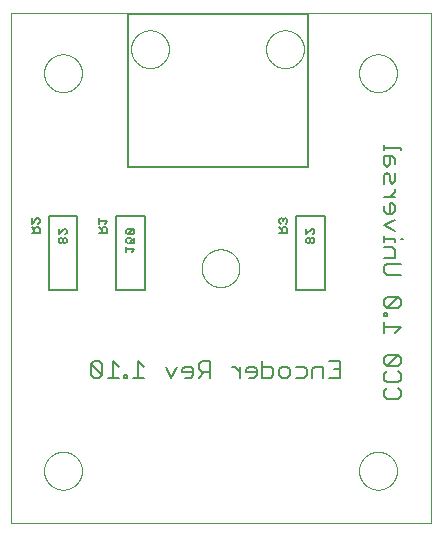
<source format=gbo>
G75*
%MOIN*%
%OFA0B0*%
%FSLAX25Y25*%
%IPPOS*%
%LPD*%
%AMOC8*
5,1,8,0,0,1.08239X$1,22.5*
%
%ADD10C,0.00000*%
%ADD11C,0.00500*%
%ADD12C,0.00800*%
D10*
X0001000Y0001000D02*
X0001000Y0170961D01*
X0141000Y0171000D01*
X0141000Y0001000D01*
X0001000Y0001000D01*
X0012201Y0018500D02*
X0012203Y0018658D01*
X0012209Y0018816D01*
X0012219Y0018974D01*
X0012233Y0019132D01*
X0012251Y0019289D01*
X0012272Y0019446D01*
X0012298Y0019602D01*
X0012328Y0019758D01*
X0012361Y0019913D01*
X0012399Y0020066D01*
X0012440Y0020219D01*
X0012485Y0020371D01*
X0012534Y0020522D01*
X0012587Y0020671D01*
X0012643Y0020819D01*
X0012703Y0020965D01*
X0012767Y0021110D01*
X0012835Y0021253D01*
X0012906Y0021395D01*
X0012980Y0021535D01*
X0013058Y0021672D01*
X0013140Y0021808D01*
X0013224Y0021942D01*
X0013313Y0022073D01*
X0013404Y0022202D01*
X0013499Y0022329D01*
X0013596Y0022454D01*
X0013697Y0022576D01*
X0013801Y0022695D01*
X0013908Y0022812D01*
X0014018Y0022926D01*
X0014131Y0023037D01*
X0014246Y0023146D01*
X0014364Y0023251D01*
X0014485Y0023353D01*
X0014608Y0023453D01*
X0014734Y0023549D01*
X0014862Y0023642D01*
X0014992Y0023732D01*
X0015125Y0023818D01*
X0015260Y0023902D01*
X0015396Y0023981D01*
X0015535Y0024058D01*
X0015676Y0024130D01*
X0015818Y0024200D01*
X0015962Y0024265D01*
X0016108Y0024327D01*
X0016255Y0024385D01*
X0016404Y0024440D01*
X0016554Y0024491D01*
X0016705Y0024538D01*
X0016857Y0024581D01*
X0017010Y0024620D01*
X0017165Y0024656D01*
X0017320Y0024687D01*
X0017476Y0024715D01*
X0017632Y0024739D01*
X0017789Y0024759D01*
X0017947Y0024775D01*
X0018104Y0024787D01*
X0018263Y0024795D01*
X0018421Y0024799D01*
X0018579Y0024799D01*
X0018737Y0024795D01*
X0018896Y0024787D01*
X0019053Y0024775D01*
X0019211Y0024759D01*
X0019368Y0024739D01*
X0019524Y0024715D01*
X0019680Y0024687D01*
X0019835Y0024656D01*
X0019990Y0024620D01*
X0020143Y0024581D01*
X0020295Y0024538D01*
X0020446Y0024491D01*
X0020596Y0024440D01*
X0020745Y0024385D01*
X0020892Y0024327D01*
X0021038Y0024265D01*
X0021182Y0024200D01*
X0021324Y0024130D01*
X0021465Y0024058D01*
X0021604Y0023981D01*
X0021740Y0023902D01*
X0021875Y0023818D01*
X0022008Y0023732D01*
X0022138Y0023642D01*
X0022266Y0023549D01*
X0022392Y0023453D01*
X0022515Y0023353D01*
X0022636Y0023251D01*
X0022754Y0023146D01*
X0022869Y0023037D01*
X0022982Y0022926D01*
X0023092Y0022812D01*
X0023199Y0022695D01*
X0023303Y0022576D01*
X0023404Y0022454D01*
X0023501Y0022329D01*
X0023596Y0022202D01*
X0023687Y0022073D01*
X0023776Y0021942D01*
X0023860Y0021808D01*
X0023942Y0021672D01*
X0024020Y0021535D01*
X0024094Y0021395D01*
X0024165Y0021253D01*
X0024233Y0021110D01*
X0024297Y0020965D01*
X0024357Y0020819D01*
X0024413Y0020671D01*
X0024466Y0020522D01*
X0024515Y0020371D01*
X0024560Y0020219D01*
X0024601Y0020066D01*
X0024639Y0019913D01*
X0024672Y0019758D01*
X0024702Y0019602D01*
X0024728Y0019446D01*
X0024749Y0019289D01*
X0024767Y0019132D01*
X0024781Y0018974D01*
X0024791Y0018816D01*
X0024797Y0018658D01*
X0024799Y0018500D01*
X0024797Y0018342D01*
X0024791Y0018184D01*
X0024781Y0018026D01*
X0024767Y0017868D01*
X0024749Y0017711D01*
X0024728Y0017554D01*
X0024702Y0017398D01*
X0024672Y0017242D01*
X0024639Y0017087D01*
X0024601Y0016934D01*
X0024560Y0016781D01*
X0024515Y0016629D01*
X0024466Y0016478D01*
X0024413Y0016329D01*
X0024357Y0016181D01*
X0024297Y0016035D01*
X0024233Y0015890D01*
X0024165Y0015747D01*
X0024094Y0015605D01*
X0024020Y0015465D01*
X0023942Y0015328D01*
X0023860Y0015192D01*
X0023776Y0015058D01*
X0023687Y0014927D01*
X0023596Y0014798D01*
X0023501Y0014671D01*
X0023404Y0014546D01*
X0023303Y0014424D01*
X0023199Y0014305D01*
X0023092Y0014188D01*
X0022982Y0014074D01*
X0022869Y0013963D01*
X0022754Y0013854D01*
X0022636Y0013749D01*
X0022515Y0013647D01*
X0022392Y0013547D01*
X0022266Y0013451D01*
X0022138Y0013358D01*
X0022008Y0013268D01*
X0021875Y0013182D01*
X0021740Y0013098D01*
X0021604Y0013019D01*
X0021465Y0012942D01*
X0021324Y0012870D01*
X0021182Y0012800D01*
X0021038Y0012735D01*
X0020892Y0012673D01*
X0020745Y0012615D01*
X0020596Y0012560D01*
X0020446Y0012509D01*
X0020295Y0012462D01*
X0020143Y0012419D01*
X0019990Y0012380D01*
X0019835Y0012344D01*
X0019680Y0012313D01*
X0019524Y0012285D01*
X0019368Y0012261D01*
X0019211Y0012241D01*
X0019053Y0012225D01*
X0018896Y0012213D01*
X0018737Y0012205D01*
X0018579Y0012201D01*
X0018421Y0012201D01*
X0018263Y0012205D01*
X0018104Y0012213D01*
X0017947Y0012225D01*
X0017789Y0012241D01*
X0017632Y0012261D01*
X0017476Y0012285D01*
X0017320Y0012313D01*
X0017165Y0012344D01*
X0017010Y0012380D01*
X0016857Y0012419D01*
X0016705Y0012462D01*
X0016554Y0012509D01*
X0016404Y0012560D01*
X0016255Y0012615D01*
X0016108Y0012673D01*
X0015962Y0012735D01*
X0015818Y0012800D01*
X0015676Y0012870D01*
X0015535Y0012942D01*
X0015396Y0013019D01*
X0015260Y0013098D01*
X0015125Y0013182D01*
X0014992Y0013268D01*
X0014862Y0013358D01*
X0014734Y0013451D01*
X0014608Y0013547D01*
X0014485Y0013647D01*
X0014364Y0013749D01*
X0014246Y0013854D01*
X0014131Y0013963D01*
X0014018Y0014074D01*
X0013908Y0014188D01*
X0013801Y0014305D01*
X0013697Y0014424D01*
X0013596Y0014546D01*
X0013499Y0014671D01*
X0013404Y0014798D01*
X0013313Y0014927D01*
X0013224Y0015058D01*
X0013140Y0015192D01*
X0013058Y0015328D01*
X0012980Y0015465D01*
X0012906Y0015605D01*
X0012835Y0015747D01*
X0012767Y0015890D01*
X0012703Y0016035D01*
X0012643Y0016181D01*
X0012587Y0016329D01*
X0012534Y0016478D01*
X0012485Y0016629D01*
X0012440Y0016781D01*
X0012399Y0016934D01*
X0012361Y0017087D01*
X0012328Y0017242D01*
X0012298Y0017398D01*
X0012272Y0017554D01*
X0012251Y0017711D01*
X0012233Y0017868D01*
X0012219Y0018026D01*
X0012209Y0018184D01*
X0012203Y0018342D01*
X0012201Y0018500D01*
X0064701Y0086000D02*
X0064703Y0086158D01*
X0064709Y0086316D01*
X0064719Y0086474D01*
X0064733Y0086632D01*
X0064751Y0086789D01*
X0064772Y0086946D01*
X0064798Y0087102D01*
X0064828Y0087258D01*
X0064861Y0087413D01*
X0064899Y0087566D01*
X0064940Y0087719D01*
X0064985Y0087871D01*
X0065034Y0088022D01*
X0065087Y0088171D01*
X0065143Y0088319D01*
X0065203Y0088465D01*
X0065267Y0088610D01*
X0065335Y0088753D01*
X0065406Y0088895D01*
X0065480Y0089035D01*
X0065558Y0089172D01*
X0065640Y0089308D01*
X0065724Y0089442D01*
X0065813Y0089573D01*
X0065904Y0089702D01*
X0065999Y0089829D01*
X0066096Y0089954D01*
X0066197Y0090076D01*
X0066301Y0090195D01*
X0066408Y0090312D01*
X0066518Y0090426D01*
X0066631Y0090537D01*
X0066746Y0090646D01*
X0066864Y0090751D01*
X0066985Y0090853D01*
X0067108Y0090953D01*
X0067234Y0091049D01*
X0067362Y0091142D01*
X0067492Y0091232D01*
X0067625Y0091318D01*
X0067760Y0091402D01*
X0067896Y0091481D01*
X0068035Y0091558D01*
X0068176Y0091630D01*
X0068318Y0091700D01*
X0068462Y0091765D01*
X0068608Y0091827D01*
X0068755Y0091885D01*
X0068904Y0091940D01*
X0069054Y0091991D01*
X0069205Y0092038D01*
X0069357Y0092081D01*
X0069510Y0092120D01*
X0069665Y0092156D01*
X0069820Y0092187D01*
X0069976Y0092215D01*
X0070132Y0092239D01*
X0070289Y0092259D01*
X0070447Y0092275D01*
X0070604Y0092287D01*
X0070763Y0092295D01*
X0070921Y0092299D01*
X0071079Y0092299D01*
X0071237Y0092295D01*
X0071396Y0092287D01*
X0071553Y0092275D01*
X0071711Y0092259D01*
X0071868Y0092239D01*
X0072024Y0092215D01*
X0072180Y0092187D01*
X0072335Y0092156D01*
X0072490Y0092120D01*
X0072643Y0092081D01*
X0072795Y0092038D01*
X0072946Y0091991D01*
X0073096Y0091940D01*
X0073245Y0091885D01*
X0073392Y0091827D01*
X0073538Y0091765D01*
X0073682Y0091700D01*
X0073824Y0091630D01*
X0073965Y0091558D01*
X0074104Y0091481D01*
X0074240Y0091402D01*
X0074375Y0091318D01*
X0074508Y0091232D01*
X0074638Y0091142D01*
X0074766Y0091049D01*
X0074892Y0090953D01*
X0075015Y0090853D01*
X0075136Y0090751D01*
X0075254Y0090646D01*
X0075369Y0090537D01*
X0075482Y0090426D01*
X0075592Y0090312D01*
X0075699Y0090195D01*
X0075803Y0090076D01*
X0075904Y0089954D01*
X0076001Y0089829D01*
X0076096Y0089702D01*
X0076187Y0089573D01*
X0076276Y0089442D01*
X0076360Y0089308D01*
X0076442Y0089172D01*
X0076520Y0089035D01*
X0076594Y0088895D01*
X0076665Y0088753D01*
X0076733Y0088610D01*
X0076797Y0088465D01*
X0076857Y0088319D01*
X0076913Y0088171D01*
X0076966Y0088022D01*
X0077015Y0087871D01*
X0077060Y0087719D01*
X0077101Y0087566D01*
X0077139Y0087413D01*
X0077172Y0087258D01*
X0077202Y0087102D01*
X0077228Y0086946D01*
X0077249Y0086789D01*
X0077267Y0086632D01*
X0077281Y0086474D01*
X0077291Y0086316D01*
X0077297Y0086158D01*
X0077299Y0086000D01*
X0077297Y0085842D01*
X0077291Y0085684D01*
X0077281Y0085526D01*
X0077267Y0085368D01*
X0077249Y0085211D01*
X0077228Y0085054D01*
X0077202Y0084898D01*
X0077172Y0084742D01*
X0077139Y0084587D01*
X0077101Y0084434D01*
X0077060Y0084281D01*
X0077015Y0084129D01*
X0076966Y0083978D01*
X0076913Y0083829D01*
X0076857Y0083681D01*
X0076797Y0083535D01*
X0076733Y0083390D01*
X0076665Y0083247D01*
X0076594Y0083105D01*
X0076520Y0082965D01*
X0076442Y0082828D01*
X0076360Y0082692D01*
X0076276Y0082558D01*
X0076187Y0082427D01*
X0076096Y0082298D01*
X0076001Y0082171D01*
X0075904Y0082046D01*
X0075803Y0081924D01*
X0075699Y0081805D01*
X0075592Y0081688D01*
X0075482Y0081574D01*
X0075369Y0081463D01*
X0075254Y0081354D01*
X0075136Y0081249D01*
X0075015Y0081147D01*
X0074892Y0081047D01*
X0074766Y0080951D01*
X0074638Y0080858D01*
X0074508Y0080768D01*
X0074375Y0080682D01*
X0074240Y0080598D01*
X0074104Y0080519D01*
X0073965Y0080442D01*
X0073824Y0080370D01*
X0073682Y0080300D01*
X0073538Y0080235D01*
X0073392Y0080173D01*
X0073245Y0080115D01*
X0073096Y0080060D01*
X0072946Y0080009D01*
X0072795Y0079962D01*
X0072643Y0079919D01*
X0072490Y0079880D01*
X0072335Y0079844D01*
X0072180Y0079813D01*
X0072024Y0079785D01*
X0071868Y0079761D01*
X0071711Y0079741D01*
X0071553Y0079725D01*
X0071396Y0079713D01*
X0071237Y0079705D01*
X0071079Y0079701D01*
X0070921Y0079701D01*
X0070763Y0079705D01*
X0070604Y0079713D01*
X0070447Y0079725D01*
X0070289Y0079741D01*
X0070132Y0079761D01*
X0069976Y0079785D01*
X0069820Y0079813D01*
X0069665Y0079844D01*
X0069510Y0079880D01*
X0069357Y0079919D01*
X0069205Y0079962D01*
X0069054Y0080009D01*
X0068904Y0080060D01*
X0068755Y0080115D01*
X0068608Y0080173D01*
X0068462Y0080235D01*
X0068318Y0080300D01*
X0068176Y0080370D01*
X0068035Y0080442D01*
X0067896Y0080519D01*
X0067760Y0080598D01*
X0067625Y0080682D01*
X0067492Y0080768D01*
X0067362Y0080858D01*
X0067234Y0080951D01*
X0067108Y0081047D01*
X0066985Y0081147D01*
X0066864Y0081249D01*
X0066746Y0081354D01*
X0066631Y0081463D01*
X0066518Y0081574D01*
X0066408Y0081688D01*
X0066301Y0081805D01*
X0066197Y0081924D01*
X0066096Y0082046D01*
X0065999Y0082171D01*
X0065904Y0082298D01*
X0065813Y0082427D01*
X0065724Y0082558D01*
X0065640Y0082692D01*
X0065558Y0082828D01*
X0065480Y0082965D01*
X0065406Y0083105D01*
X0065335Y0083247D01*
X0065267Y0083390D01*
X0065203Y0083535D01*
X0065143Y0083681D01*
X0065087Y0083829D01*
X0065034Y0083978D01*
X0064985Y0084129D01*
X0064940Y0084281D01*
X0064899Y0084434D01*
X0064861Y0084587D01*
X0064828Y0084742D01*
X0064798Y0084898D01*
X0064772Y0085054D01*
X0064751Y0085211D01*
X0064733Y0085368D01*
X0064719Y0085526D01*
X0064709Y0085684D01*
X0064703Y0085842D01*
X0064701Y0086000D01*
X0012201Y0151000D02*
X0012203Y0151158D01*
X0012209Y0151316D01*
X0012219Y0151474D01*
X0012233Y0151632D01*
X0012251Y0151789D01*
X0012272Y0151946D01*
X0012298Y0152102D01*
X0012328Y0152258D01*
X0012361Y0152413D01*
X0012399Y0152566D01*
X0012440Y0152719D01*
X0012485Y0152871D01*
X0012534Y0153022D01*
X0012587Y0153171D01*
X0012643Y0153319D01*
X0012703Y0153465D01*
X0012767Y0153610D01*
X0012835Y0153753D01*
X0012906Y0153895D01*
X0012980Y0154035D01*
X0013058Y0154172D01*
X0013140Y0154308D01*
X0013224Y0154442D01*
X0013313Y0154573D01*
X0013404Y0154702D01*
X0013499Y0154829D01*
X0013596Y0154954D01*
X0013697Y0155076D01*
X0013801Y0155195D01*
X0013908Y0155312D01*
X0014018Y0155426D01*
X0014131Y0155537D01*
X0014246Y0155646D01*
X0014364Y0155751D01*
X0014485Y0155853D01*
X0014608Y0155953D01*
X0014734Y0156049D01*
X0014862Y0156142D01*
X0014992Y0156232D01*
X0015125Y0156318D01*
X0015260Y0156402D01*
X0015396Y0156481D01*
X0015535Y0156558D01*
X0015676Y0156630D01*
X0015818Y0156700D01*
X0015962Y0156765D01*
X0016108Y0156827D01*
X0016255Y0156885D01*
X0016404Y0156940D01*
X0016554Y0156991D01*
X0016705Y0157038D01*
X0016857Y0157081D01*
X0017010Y0157120D01*
X0017165Y0157156D01*
X0017320Y0157187D01*
X0017476Y0157215D01*
X0017632Y0157239D01*
X0017789Y0157259D01*
X0017947Y0157275D01*
X0018104Y0157287D01*
X0018263Y0157295D01*
X0018421Y0157299D01*
X0018579Y0157299D01*
X0018737Y0157295D01*
X0018896Y0157287D01*
X0019053Y0157275D01*
X0019211Y0157259D01*
X0019368Y0157239D01*
X0019524Y0157215D01*
X0019680Y0157187D01*
X0019835Y0157156D01*
X0019990Y0157120D01*
X0020143Y0157081D01*
X0020295Y0157038D01*
X0020446Y0156991D01*
X0020596Y0156940D01*
X0020745Y0156885D01*
X0020892Y0156827D01*
X0021038Y0156765D01*
X0021182Y0156700D01*
X0021324Y0156630D01*
X0021465Y0156558D01*
X0021604Y0156481D01*
X0021740Y0156402D01*
X0021875Y0156318D01*
X0022008Y0156232D01*
X0022138Y0156142D01*
X0022266Y0156049D01*
X0022392Y0155953D01*
X0022515Y0155853D01*
X0022636Y0155751D01*
X0022754Y0155646D01*
X0022869Y0155537D01*
X0022982Y0155426D01*
X0023092Y0155312D01*
X0023199Y0155195D01*
X0023303Y0155076D01*
X0023404Y0154954D01*
X0023501Y0154829D01*
X0023596Y0154702D01*
X0023687Y0154573D01*
X0023776Y0154442D01*
X0023860Y0154308D01*
X0023942Y0154172D01*
X0024020Y0154035D01*
X0024094Y0153895D01*
X0024165Y0153753D01*
X0024233Y0153610D01*
X0024297Y0153465D01*
X0024357Y0153319D01*
X0024413Y0153171D01*
X0024466Y0153022D01*
X0024515Y0152871D01*
X0024560Y0152719D01*
X0024601Y0152566D01*
X0024639Y0152413D01*
X0024672Y0152258D01*
X0024702Y0152102D01*
X0024728Y0151946D01*
X0024749Y0151789D01*
X0024767Y0151632D01*
X0024781Y0151474D01*
X0024791Y0151316D01*
X0024797Y0151158D01*
X0024799Y0151000D01*
X0024797Y0150842D01*
X0024791Y0150684D01*
X0024781Y0150526D01*
X0024767Y0150368D01*
X0024749Y0150211D01*
X0024728Y0150054D01*
X0024702Y0149898D01*
X0024672Y0149742D01*
X0024639Y0149587D01*
X0024601Y0149434D01*
X0024560Y0149281D01*
X0024515Y0149129D01*
X0024466Y0148978D01*
X0024413Y0148829D01*
X0024357Y0148681D01*
X0024297Y0148535D01*
X0024233Y0148390D01*
X0024165Y0148247D01*
X0024094Y0148105D01*
X0024020Y0147965D01*
X0023942Y0147828D01*
X0023860Y0147692D01*
X0023776Y0147558D01*
X0023687Y0147427D01*
X0023596Y0147298D01*
X0023501Y0147171D01*
X0023404Y0147046D01*
X0023303Y0146924D01*
X0023199Y0146805D01*
X0023092Y0146688D01*
X0022982Y0146574D01*
X0022869Y0146463D01*
X0022754Y0146354D01*
X0022636Y0146249D01*
X0022515Y0146147D01*
X0022392Y0146047D01*
X0022266Y0145951D01*
X0022138Y0145858D01*
X0022008Y0145768D01*
X0021875Y0145682D01*
X0021740Y0145598D01*
X0021604Y0145519D01*
X0021465Y0145442D01*
X0021324Y0145370D01*
X0021182Y0145300D01*
X0021038Y0145235D01*
X0020892Y0145173D01*
X0020745Y0145115D01*
X0020596Y0145060D01*
X0020446Y0145009D01*
X0020295Y0144962D01*
X0020143Y0144919D01*
X0019990Y0144880D01*
X0019835Y0144844D01*
X0019680Y0144813D01*
X0019524Y0144785D01*
X0019368Y0144761D01*
X0019211Y0144741D01*
X0019053Y0144725D01*
X0018896Y0144713D01*
X0018737Y0144705D01*
X0018579Y0144701D01*
X0018421Y0144701D01*
X0018263Y0144705D01*
X0018104Y0144713D01*
X0017947Y0144725D01*
X0017789Y0144741D01*
X0017632Y0144761D01*
X0017476Y0144785D01*
X0017320Y0144813D01*
X0017165Y0144844D01*
X0017010Y0144880D01*
X0016857Y0144919D01*
X0016705Y0144962D01*
X0016554Y0145009D01*
X0016404Y0145060D01*
X0016255Y0145115D01*
X0016108Y0145173D01*
X0015962Y0145235D01*
X0015818Y0145300D01*
X0015676Y0145370D01*
X0015535Y0145442D01*
X0015396Y0145519D01*
X0015260Y0145598D01*
X0015125Y0145682D01*
X0014992Y0145768D01*
X0014862Y0145858D01*
X0014734Y0145951D01*
X0014608Y0146047D01*
X0014485Y0146147D01*
X0014364Y0146249D01*
X0014246Y0146354D01*
X0014131Y0146463D01*
X0014018Y0146574D01*
X0013908Y0146688D01*
X0013801Y0146805D01*
X0013697Y0146924D01*
X0013596Y0147046D01*
X0013499Y0147171D01*
X0013404Y0147298D01*
X0013313Y0147427D01*
X0013224Y0147558D01*
X0013140Y0147692D01*
X0013058Y0147828D01*
X0012980Y0147965D01*
X0012906Y0148105D01*
X0012835Y0148247D01*
X0012767Y0148390D01*
X0012703Y0148535D01*
X0012643Y0148681D01*
X0012587Y0148829D01*
X0012534Y0148978D01*
X0012485Y0149129D01*
X0012440Y0149281D01*
X0012399Y0149434D01*
X0012361Y0149587D01*
X0012328Y0149742D01*
X0012298Y0149898D01*
X0012272Y0150054D01*
X0012251Y0150211D01*
X0012233Y0150368D01*
X0012219Y0150526D01*
X0012209Y0150684D01*
X0012203Y0150842D01*
X0012201Y0151000D01*
X0041201Y0159000D02*
X0041203Y0159158D01*
X0041209Y0159316D01*
X0041219Y0159474D01*
X0041233Y0159632D01*
X0041251Y0159789D01*
X0041272Y0159946D01*
X0041298Y0160102D01*
X0041328Y0160258D01*
X0041361Y0160413D01*
X0041399Y0160566D01*
X0041440Y0160719D01*
X0041485Y0160871D01*
X0041534Y0161022D01*
X0041587Y0161171D01*
X0041643Y0161319D01*
X0041703Y0161465D01*
X0041767Y0161610D01*
X0041835Y0161753D01*
X0041906Y0161895D01*
X0041980Y0162035D01*
X0042058Y0162172D01*
X0042140Y0162308D01*
X0042224Y0162442D01*
X0042313Y0162573D01*
X0042404Y0162702D01*
X0042499Y0162829D01*
X0042596Y0162954D01*
X0042697Y0163076D01*
X0042801Y0163195D01*
X0042908Y0163312D01*
X0043018Y0163426D01*
X0043131Y0163537D01*
X0043246Y0163646D01*
X0043364Y0163751D01*
X0043485Y0163853D01*
X0043608Y0163953D01*
X0043734Y0164049D01*
X0043862Y0164142D01*
X0043992Y0164232D01*
X0044125Y0164318D01*
X0044260Y0164402D01*
X0044396Y0164481D01*
X0044535Y0164558D01*
X0044676Y0164630D01*
X0044818Y0164700D01*
X0044962Y0164765D01*
X0045108Y0164827D01*
X0045255Y0164885D01*
X0045404Y0164940D01*
X0045554Y0164991D01*
X0045705Y0165038D01*
X0045857Y0165081D01*
X0046010Y0165120D01*
X0046165Y0165156D01*
X0046320Y0165187D01*
X0046476Y0165215D01*
X0046632Y0165239D01*
X0046789Y0165259D01*
X0046947Y0165275D01*
X0047104Y0165287D01*
X0047263Y0165295D01*
X0047421Y0165299D01*
X0047579Y0165299D01*
X0047737Y0165295D01*
X0047896Y0165287D01*
X0048053Y0165275D01*
X0048211Y0165259D01*
X0048368Y0165239D01*
X0048524Y0165215D01*
X0048680Y0165187D01*
X0048835Y0165156D01*
X0048990Y0165120D01*
X0049143Y0165081D01*
X0049295Y0165038D01*
X0049446Y0164991D01*
X0049596Y0164940D01*
X0049745Y0164885D01*
X0049892Y0164827D01*
X0050038Y0164765D01*
X0050182Y0164700D01*
X0050324Y0164630D01*
X0050465Y0164558D01*
X0050604Y0164481D01*
X0050740Y0164402D01*
X0050875Y0164318D01*
X0051008Y0164232D01*
X0051138Y0164142D01*
X0051266Y0164049D01*
X0051392Y0163953D01*
X0051515Y0163853D01*
X0051636Y0163751D01*
X0051754Y0163646D01*
X0051869Y0163537D01*
X0051982Y0163426D01*
X0052092Y0163312D01*
X0052199Y0163195D01*
X0052303Y0163076D01*
X0052404Y0162954D01*
X0052501Y0162829D01*
X0052596Y0162702D01*
X0052687Y0162573D01*
X0052776Y0162442D01*
X0052860Y0162308D01*
X0052942Y0162172D01*
X0053020Y0162035D01*
X0053094Y0161895D01*
X0053165Y0161753D01*
X0053233Y0161610D01*
X0053297Y0161465D01*
X0053357Y0161319D01*
X0053413Y0161171D01*
X0053466Y0161022D01*
X0053515Y0160871D01*
X0053560Y0160719D01*
X0053601Y0160566D01*
X0053639Y0160413D01*
X0053672Y0160258D01*
X0053702Y0160102D01*
X0053728Y0159946D01*
X0053749Y0159789D01*
X0053767Y0159632D01*
X0053781Y0159474D01*
X0053791Y0159316D01*
X0053797Y0159158D01*
X0053799Y0159000D01*
X0053797Y0158842D01*
X0053791Y0158684D01*
X0053781Y0158526D01*
X0053767Y0158368D01*
X0053749Y0158211D01*
X0053728Y0158054D01*
X0053702Y0157898D01*
X0053672Y0157742D01*
X0053639Y0157587D01*
X0053601Y0157434D01*
X0053560Y0157281D01*
X0053515Y0157129D01*
X0053466Y0156978D01*
X0053413Y0156829D01*
X0053357Y0156681D01*
X0053297Y0156535D01*
X0053233Y0156390D01*
X0053165Y0156247D01*
X0053094Y0156105D01*
X0053020Y0155965D01*
X0052942Y0155828D01*
X0052860Y0155692D01*
X0052776Y0155558D01*
X0052687Y0155427D01*
X0052596Y0155298D01*
X0052501Y0155171D01*
X0052404Y0155046D01*
X0052303Y0154924D01*
X0052199Y0154805D01*
X0052092Y0154688D01*
X0051982Y0154574D01*
X0051869Y0154463D01*
X0051754Y0154354D01*
X0051636Y0154249D01*
X0051515Y0154147D01*
X0051392Y0154047D01*
X0051266Y0153951D01*
X0051138Y0153858D01*
X0051008Y0153768D01*
X0050875Y0153682D01*
X0050740Y0153598D01*
X0050604Y0153519D01*
X0050465Y0153442D01*
X0050324Y0153370D01*
X0050182Y0153300D01*
X0050038Y0153235D01*
X0049892Y0153173D01*
X0049745Y0153115D01*
X0049596Y0153060D01*
X0049446Y0153009D01*
X0049295Y0152962D01*
X0049143Y0152919D01*
X0048990Y0152880D01*
X0048835Y0152844D01*
X0048680Y0152813D01*
X0048524Y0152785D01*
X0048368Y0152761D01*
X0048211Y0152741D01*
X0048053Y0152725D01*
X0047896Y0152713D01*
X0047737Y0152705D01*
X0047579Y0152701D01*
X0047421Y0152701D01*
X0047263Y0152705D01*
X0047104Y0152713D01*
X0046947Y0152725D01*
X0046789Y0152741D01*
X0046632Y0152761D01*
X0046476Y0152785D01*
X0046320Y0152813D01*
X0046165Y0152844D01*
X0046010Y0152880D01*
X0045857Y0152919D01*
X0045705Y0152962D01*
X0045554Y0153009D01*
X0045404Y0153060D01*
X0045255Y0153115D01*
X0045108Y0153173D01*
X0044962Y0153235D01*
X0044818Y0153300D01*
X0044676Y0153370D01*
X0044535Y0153442D01*
X0044396Y0153519D01*
X0044260Y0153598D01*
X0044125Y0153682D01*
X0043992Y0153768D01*
X0043862Y0153858D01*
X0043734Y0153951D01*
X0043608Y0154047D01*
X0043485Y0154147D01*
X0043364Y0154249D01*
X0043246Y0154354D01*
X0043131Y0154463D01*
X0043018Y0154574D01*
X0042908Y0154688D01*
X0042801Y0154805D01*
X0042697Y0154924D01*
X0042596Y0155046D01*
X0042499Y0155171D01*
X0042404Y0155298D01*
X0042313Y0155427D01*
X0042224Y0155558D01*
X0042140Y0155692D01*
X0042058Y0155828D01*
X0041980Y0155965D01*
X0041906Y0156105D01*
X0041835Y0156247D01*
X0041767Y0156390D01*
X0041703Y0156535D01*
X0041643Y0156681D01*
X0041587Y0156829D01*
X0041534Y0156978D01*
X0041485Y0157129D01*
X0041440Y0157281D01*
X0041399Y0157434D01*
X0041361Y0157587D01*
X0041328Y0157742D01*
X0041298Y0157898D01*
X0041272Y0158054D01*
X0041251Y0158211D01*
X0041233Y0158368D01*
X0041219Y0158526D01*
X0041209Y0158684D01*
X0041203Y0158842D01*
X0041201Y0159000D01*
X0086201Y0159000D02*
X0086203Y0159158D01*
X0086209Y0159316D01*
X0086219Y0159474D01*
X0086233Y0159632D01*
X0086251Y0159789D01*
X0086272Y0159946D01*
X0086298Y0160102D01*
X0086328Y0160258D01*
X0086361Y0160413D01*
X0086399Y0160566D01*
X0086440Y0160719D01*
X0086485Y0160871D01*
X0086534Y0161022D01*
X0086587Y0161171D01*
X0086643Y0161319D01*
X0086703Y0161465D01*
X0086767Y0161610D01*
X0086835Y0161753D01*
X0086906Y0161895D01*
X0086980Y0162035D01*
X0087058Y0162172D01*
X0087140Y0162308D01*
X0087224Y0162442D01*
X0087313Y0162573D01*
X0087404Y0162702D01*
X0087499Y0162829D01*
X0087596Y0162954D01*
X0087697Y0163076D01*
X0087801Y0163195D01*
X0087908Y0163312D01*
X0088018Y0163426D01*
X0088131Y0163537D01*
X0088246Y0163646D01*
X0088364Y0163751D01*
X0088485Y0163853D01*
X0088608Y0163953D01*
X0088734Y0164049D01*
X0088862Y0164142D01*
X0088992Y0164232D01*
X0089125Y0164318D01*
X0089260Y0164402D01*
X0089396Y0164481D01*
X0089535Y0164558D01*
X0089676Y0164630D01*
X0089818Y0164700D01*
X0089962Y0164765D01*
X0090108Y0164827D01*
X0090255Y0164885D01*
X0090404Y0164940D01*
X0090554Y0164991D01*
X0090705Y0165038D01*
X0090857Y0165081D01*
X0091010Y0165120D01*
X0091165Y0165156D01*
X0091320Y0165187D01*
X0091476Y0165215D01*
X0091632Y0165239D01*
X0091789Y0165259D01*
X0091947Y0165275D01*
X0092104Y0165287D01*
X0092263Y0165295D01*
X0092421Y0165299D01*
X0092579Y0165299D01*
X0092737Y0165295D01*
X0092896Y0165287D01*
X0093053Y0165275D01*
X0093211Y0165259D01*
X0093368Y0165239D01*
X0093524Y0165215D01*
X0093680Y0165187D01*
X0093835Y0165156D01*
X0093990Y0165120D01*
X0094143Y0165081D01*
X0094295Y0165038D01*
X0094446Y0164991D01*
X0094596Y0164940D01*
X0094745Y0164885D01*
X0094892Y0164827D01*
X0095038Y0164765D01*
X0095182Y0164700D01*
X0095324Y0164630D01*
X0095465Y0164558D01*
X0095604Y0164481D01*
X0095740Y0164402D01*
X0095875Y0164318D01*
X0096008Y0164232D01*
X0096138Y0164142D01*
X0096266Y0164049D01*
X0096392Y0163953D01*
X0096515Y0163853D01*
X0096636Y0163751D01*
X0096754Y0163646D01*
X0096869Y0163537D01*
X0096982Y0163426D01*
X0097092Y0163312D01*
X0097199Y0163195D01*
X0097303Y0163076D01*
X0097404Y0162954D01*
X0097501Y0162829D01*
X0097596Y0162702D01*
X0097687Y0162573D01*
X0097776Y0162442D01*
X0097860Y0162308D01*
X0097942Y0162172D01*
X0098020Y0162035D01*
X0098094Y0161895D01*
X0098165Y0161753D01*
X0098233Y0161610D01*
X0098297Y0161465D01*
X0098357Y0161319D01*
X0098413Y0161171D01*
X0098466Y0161022D01*
X0098515Y0160871D01*
X0098560Y0160719D01*
X0098601Y0160566D01*
X0098639Y0160413D01*
X0098672Y0160258D01*
X0098702Y0160102D01*
X0098728Y0159946D01*
X0098749Y0159789D01*
X0098767Y0159632D01*
X0098781Y0159474D01*
X0098791Y0159316D01*
X0098797Y0159158D01*
X0098799Y0159000D01*
X0098797Y0158842D01*
X0098791Y0158684D01*
X0098781Y0158526D01*
X0098767Y0158368D01*
X0098749Y0158211D01*
X0098728Y0158054D01*
X0098702Y0157898D01*
X0098672Y0157742D01*
X0098639Y0157587D01*
X0098601Y0157434D01*
X0098560Y0157281D01*
X0098515Y0157129D01*
X0098466Y0156978D01*
X0098413Y0156829D01*
X0098357Y0156681D01*
X0098297Y0156535D01*
X0098233Y0156390D01*
X0098165Y0156247D01*
X0098094Y0156105D01*
X0098020Y0155965D01*
X0097942Y0155828D01*
X0097860Y0155692D01*
X0097776Y0155558D01*
X0097687Y0155427D01*
X0097596Y0155298D01*
X0097501Y0155171D01*
X0097404Y0155046D01*
X0097303Y0154924D01*
X0097199Y0154805D01*
X0097092Y0154688D01*
X0096982Y0154574D01*
X0096869Y0154463D01*
X0096754Y0154354D01*
X0096636Y0154249D01*
X0096515Y0154147D01*
X0096392Y0154047D01*
X0096266Y0153951D01*
X0096138Y0153858D01*
X0096008Y0153768D01*
X0095875Y0153682D01*
X0095740Y0153598D01*
X0095604Y0153519D01*
X0095465Y0153442D01*
X0095324Y0153370D01*
X0095182Y0153300D01*
X0095038Y0153235D01*
X0094892Y0153173D01*
X0094745Y0153115D01*
X0094596Y0153060D01*
X0094446Y0153009D01*
X0094295Y0152962D01*
X0094143Y0152919D01*
X0093990Y0152880D01*
X0093835Y0152844D01*
X0093680Y0152813D01*
X0093524Y0152785D01*
X0093368Y0152761D01*
X0093211Y0152741D01*
X0093053Y0152725D01*
X0092896Y0152713D01*
X0092737Y0152705D01*
X0092579Y0152701D01*
X0092421Y0152701D01*
X0092263Y0152705D01*
X0092104Y0152713D01*
X0091947Y0152725D01*
X0091789Y0152741D01*
X0091632Y0152761D01*
X0091476Y0152785D01*
X0091320Y0152813D01*
X0091165Y0152844D01*
X0091010Y0152880D01*
X0090857Y0152919D01*
X0090705Y0152962D01*
X0090554Y0153009D01*
X0090404Y0153060D01*
X0090255Y0153115D01*
X0090108Y0153173D01*
X0089962Y0153235D01*
X0089818Y0153300D01*
X0089676Y0153370D01*
X0089535Y0153442D01*
X0089396Y0153519D01*
X0089260Y0153598D01*
X0089125Y0153682D01*
X0088992Y0153768D01*
X0088862Y0153858D01*
X0088734Y0153951D01*
X0088608Y0154047D01*
X0088485Y0154147D01*
X0088364Y0154249D01*
X0088246Y0154354D01*
X0088131Y0154463D01*
X0088018Y0154574D01*
X0087908Y0154688D01*
X0087801Y0154805D01*
X0087697Y0154924D01*
X0087596Y0155046D01*
X0087499Y0155171D01*
X0087404Y0155298D01*
X0087313Y0155427D01*
X0087224Y0155558D01*
X0087140Y0155692D01*
X0087058Y0155828D01*
X0086980Y0155965D01*
X0086906Y0156105D01*
X0086835Y0156247D01*
X0086767Y0156390D01*
X0086703Y0156535D01*
X0086643Y0156681D01*
X0086587Y0156829D01*
X0086534Y0156978D01*
X0086485Y0157129D01*
X0086440Y0157281D01*
X0086399Y0157434D01*
X0086361Y0157587D01*
X0086328Y0157742D01*
X0086298Y0157898D01*
X0086272Y0158054D01*
X0086251Y0158211D01*
X0086233Y0158368D01*
X0086219Y0158526D01*
X0086209Y0158684D01*
X0086203Y0158842D01*
X0086201Y0159000D01*
X0117201Y0151000D02*
X0117203Y0151158D01*
X0117209Y0151316D01*
X0117219Y0151474D01*
X0117233Y0151632D01*
X0117251Y0151789D01*
X0117272Y0151946D01*
X0117298Y0152102D01*
X0117328Y0152258D01*
X0117361Y0152413D01*
X0117399Y0152566D01*
X0117440Y0152719D01*
X0117485Y0152871D01*
X0117534Y0153022D01*
X0117587Y0153171D01*
X0117643Y0153319D01*
X0117703Y0153465D01*
X0117767Y0153610D01*
X0117835Y0153753D01*
X0117906Y0153895D01*
X0117980Y0154035D01*
X0118058Y0154172D01*
X0118140Y0154308D01*
X0118224Y0154442D01*
X0118313Y0154573D01*
X0118404Y0154702D01*
X0118499Y0154829D01*
X0118596Y0154954D01*
X0118697Y0155076D01*
X0118801Y0155195D01*
X0118908Y0155312D01*
X0119018Y0155426D01*
X0119131Y0155537D01*
X0119246Y0155646D01*
X0119364Y0155751D01*
X0119485Y0155853D01*
X0119608Y0155953D01*
X0119734Y0156049D01*
X0119862Y0156142D01*
X0119992Y0156232D01*
X0120125Y0156318D01*
X0120260Y0156402D01*
X0120396Y0156481D01*
X0120535Y0156558D01*
X0120676Y0156630D01*
X0120818Y0156700D01*
X0120962Y0156765D01*
X0121108Y0156827D01*
X0121255Y0156885D01*
X0121404Y0156940D01*
X0121554Y0156991D01*
X0121705Y0157038D01*
X0121857Y0157081D01*
X0122010Y0157120D01*
X0122165Y0157156D01*
X0122320Y0157187D01*
X0122476Y0157215D01*
X0122632Y0157239D01*
X0122789Y0157259D01*
X0122947Y0157275D01*
X0123104Y0157287D01*
X0123263Y0157295D01*
X0123421Y0157299D01*
X0123579Y0157299D01*
X0123737Y0157295D01*
X0123896Y0157287D01*
X0124053Y0157275D01*
X0124211Y0157259D01*
X0124368Y0157239D01*
X0124524Y0157215D01*
X0124680Y0157187D01*
X0124835Y0157156D01*
X0124990Y0157120D01*
X0125143Y0157081D01*
X0125295Y0157038D01*
X0125446Y0156991D01*
X0125596Y0156940D01*
X0125745Y0156885D01*
X0125892Y0156827D01*
X0126038Y0156765D01*
X0126182Y0156700D01*
X0126324Y0156630D01*
X0126465Y0156558D01*
X0126604Y0156481D01*
X0126740Y0156402D01*
X0126875Y0156318D01*
X0127008Y0156232D01*
X0127138Y0156142D01*
X0127266Y0156049D01*
X0127392Y0155953D01*
X0127515Y0155853D01*
X0127636Y0155751D01*
X0127754Y0155646D01*
X0127869Y0155537D01*
X0127982Y0155426D01*
X0128092Y0155312D01*
X0128199Y0155195D01*
X0128303Y0155076D01*
X0128404Y0154954D01*
X0128501Y0154829D01*
X0128596Y0154702D01*
X0128687Y0154573D01*
X0128776Y0154442D01*
X0128860Y0154308D01*
X0128942Y0154172D01*
X0129020Y0154035D01*
X0129094Y0153895D01*
X0129165Y0153753D01*
X0129233Y0153610D01*
X0129297Y0153465D01*
X0129357Y0153319D01*
X0129413Y0153171D01*
X0129466Y0153022D01*
X0129515Y0152871D01*
X0129560Y0152719D01*
X0129601Y0152566D01*
X0129639Y0152413D01*
X0129672Y0152258D01*
X0129702Y0152102D01*
X0129728Y0151946D01*
X0129749Y0151789D01*
X0129767Y0151632D01*
X0129781Y0151474D01*
X0129791Y0151316D01*
X0129797Y0151158D01*
X0129799Y0151000D01*
X0129797Y0150842D01*
X0129791Y0150684D01*
X0129781Y0150526D01*
X0129767Y0150368D01*
X0129749Y0150211D01*
X0129728Y0150054D01*
X0129702Y0149898D01*
X0129672Y0149742D01*
X0129639Y0149587D01*
X0129601Y0149434D01*
X0129560Y0149281D01*
X0129515Y0149129D01*
X0129466Y0148978D01*
X0129413Y0148829D01*
X0129357Y0148681D01*
X0129297Y0148535D01*
X0129233Y0148390D01*
X0129165Y0148247D01*
X0129094Y0148105D01*
X0129020Y0147965D01*
X0128942Y0147828D01*
X0128860Y0147692D01*
X0128776Y0147558D01*
X0128687Y0147427D01*
X0128596Y0147298D01*
X0128501Y0147171D01*
X0128404Y0147046D01*
X0128303Y0146924D01*
X0128199Y0146805D01*
X0128092Y0146688D01*
X0127982Y0146574D01*
X0127869Y0146463D01*
X0127754Y0146354D01*
X0127636Y0146249D01*
X0127515Y0146147D01*
X0127392Y0146047D01*
X0127266Y0145951D01*
X0127138Y0145858D01*
X0127008Y0145768D01*
X0126875Y0145682D01*
X0126740Y0145598D01*
X0126604Y0145519D01*
X0126465Y0145442D01*
X0126324Y0145370D01*
X0126182Y0145300D01*
X0126038Y0145235D01*
X0125892Y0145173D01*
X0125745Y0145115D01*
X0125596Y0145060D01*
X0125446Y0145009D01*
X0125295Y0144962D01*
X0125143Y0144919D01*
X0124990Y0144880D01*
X0124835Y0144844D01*
X0124680Y0144813D01*
X0124524Y0144785D01*
X0124368Y0144761D01*
X0124211Y0144741D01*
X0124053Y0144725D01*
X0123896Y0144713D01*
X0123737Y0144705D01*
X0123579Y0144701D01*
X0123421Y0144701D01*
X0123263Y0144705D01*
X0123104Y0144713D01*
X0122947Y0144725D01*
X0122789Y0144741D01*
X0122632Y0144761D01*
X0122476Y0144785D01*
X0122320Y0144813D01*
X0122165Y0144844D01*
X0122010Y0144880D01*
X0121857Y0144919D01*
X0121705Y0144962D01*
X0121554Y0145009D01*
X0121404Y0145060D01*
X0121255Y0145115D01*
X0121108Y0145173D01*
X0120962Y0145235D01*
X0120818Y0145300D01*
X0120676Y0145370D01*
X0120535Y0145442D01*
X0120396Y0145519D01*
X0120260Y0145598D01*
X0120125Y0145682D01*
X0119992Y0145768D01*
X0119862Y0145858D01*
X0119734Y0145951D01*
X0119608Y0146047D01*
X0119485Y0146147D01*
X0119364Y0146249D01*
X0119246Y0146354D01*
X0119131Y0146463D01*
X0119018Y0146574D01*
X0118908Y0146688D01*
X0118801Y0146805D01*
X0118697Y0146924D01*
X0118596Y0147046D01*
X0118499Y0147171D01*
X0118404Y0147298D01*
X0118313Y0147427D01*
X0118224Y0147558D01*
X0118140Y0147692D01*
X0118058Y0147828D01*
X0117980Y0147965D01*
X0117906Y0148105D01*
X0117835Y0148247D01*
X0117767Y0148390D01*
X0117703Y0148535D01*
X0117643Y0148681D01*
X0117587Y0148829D01*
X0117534Y0148978D01*
X0117485Y0149129D01*
X0117440Y0149281D01*
X0117399Y0149434D01*
X0117361Y0149587D01*
X0117328Y0149742D01*
X0117298Y0149898D01*
X0117272Y0150054D01*
X0117251Y0150211D01*
X0117233Y0150368D01*
X0117219Y0150526D01*
X0117209Y0150684D01*
X0117203Y0150842D01*
X0117201Y0151000D01*
X0117201Y0018500D02*
X0117203Y0018658D01*
X0117209Y0018816D01*
X0117219Y0018974D01*
X0117233Y0019132D01*
X0117251Y0019289D01*
X0117272Y0019446D01*
X0117298Y0019602D01*
X0117328Y0019758D01*
X0117361Y0019913D01*
X0117399Y0020066D01*
X0117440Y0020219D01*
X0117485Y0020371D01*
X0117534Y0020522D01*
X0117587Y0020671D01*
X0117643Y0020819D01*
X0117703Y0020965D01*
X0117767Y0021110D01*
X0117835Y0021253D01*
X0117906Y0021395D01*
X0117980Y0021535D01*
X0118058Y0021672D01*
X0118140Y0021808D01*
X0118224Y0021942D01*
X0118313Y0022073D01*
X0118404Y0022202D01*
X0118499Y0022329D01*
X0118596Y0022454D01*
X0118697Y0022576D01*
X0118801Y0022695D01*
X0118908Y0022812D01*
X0119018Y0022926D01*
X0119131Y0023037D01*
X0119246Y0023146D01*
X0119364Y0023251D01*
X0119485Y0023353D01*
X0119608Y0023453D01*
X0119734Y0023549D01*
X0119862Y0023642D01*
X0119992Y0023732D01*
X0120125Y0023818D01*
X0120260Y0023902D01*
X0120396Y0023981D01*
X0120535Y0024058D01*
X0120676Y0024130D01*
X0120818Y0024200D01*
X0120962Y0024265D01*
X0121108Y0024327D01*
X0121255Y0024385D01*
X0121404Y0024440D01*
X0121554Y0024491D01*
X0121705Y0024538D01*
X0121857Y0024581D01*
X0122010Y0024620D01*
X0122165Y0024656D01*
X0122320Y0024687D01*
X0122476Y0024715D01*
X0122632Y0024739D01*
X0122789Y0024759D01*
X0122947Y0024775D01*
X0123104Y0024787D01*
X0123263Y0024795D01*
X0123421Y0024799D01*
X0123579Y0024799D01*
X0123737Y0024795D01*
X0123896Y0024787D01*
X0124053Y0024775D01*
X0124211Y0024759D01*
X0124368Y0024739D01*
X0124524Y0024715D01*
X0124680Y0024687D01*
X0124835Y0024656D01*
X0124990Y0024620D01*
X0125143Y0024581D01*
X0125295Y0024538D01*
X0125446Y0024491D01*
X0125596Y0024440D01*
X0125745Y0024385D01*
X0125892Y0024327D01*
X0126038Y0024265D01*
X0126182Y0024200D01*
X0126324Y0024130D01*
X0126465Y0024058D01*
X0126604Y0023981D01*
X0126740Y0023902D01*
X0126875Y0023818D01*
X0127008Y0023732D01*
X0127138Y0023642D01*
X0127266Y0023549D01*
X0127392Y0023453D01*
X0127515Y0023353D01*
X0127636Y0023251D01*
X0127754Y0023146D01*
X0127869Y0023037D01*
X0127982Y0022926D01*
X0128092Y0022812D01*
X0128199Y0022695D01*
X0128303Y0022576D01*
X0128404Y0022454D01*
X0128501Y0022329D01*
X0128596Y0022202D01*
X0128687Y0022073D01*
X0128776Y0021942D01*
X0128860Y0021808D01*
X0128942Y0021672D01*
X0129020Y0021535D01*
X0129094Y0021395D01*
X0129165Y0021253D01*
X0129233Y0021110D01*
X0129297Y0020965D01*
X0129357Y0020819D01*
X0129413Y0020671D01*
X0129466Y0020522D01*
X0129515Y0020371D01*
X0129560Y0020219D01*
X0129601Y0020066D01*
X0129639Y0019913D01*
X0129672Y0019758D01*
X0129702Y0019602D01*
X0129728Y0019446D01*
X0129749Y0019289D01*
X0129767Y0019132D01*
X0129781Y0018974D01*
X0129791Y0018816D01*
X0129797Y0018658D01*
X0129799Y0018500D01*
X0129797Y0018342D01*
X0129791Y0018184D01*
X0129781Y0018026D01*
X0129767Y0017868D01*
X0129749Y0017711D01*
X0129728Y0017554D01*
X0129702Y0017398D01*
X0129672Y0017242D01*
X0129639Y0017087D01*
X0129601Y0016934D01*
X0129560Y0016781D01*
X0129515Y0016629D01*
X0129466Y0016478D01*
X0129413Y0016329D01*
X0129357Y0016181D01*
X0129297Y0016035D01*
X0129233Y0015890D01*
X0129165Y0015747D01*
X0129094Y0015605D01*
X0129020Y0015465D01*
X0128942Y0015328D01*
X0128860Y0015192D01*
X0128776Y0015058D01*
X0128687Y0014927D01*
X0128596Y0014798D01*
X0128501Y0014671D01*
X0128404Y0014546D01*
X0128303Y0014424D01*
X0128199Y0014305D01*
X0128092Y0014188D01*
X0127982Y0014074D01*
X0127869Y0013963D01*
X0127754Y0013854D01*
X0127636Y0013749D01*
X0127515Y0013647D01*
X0127392Y0013547D01*
X0127266Y0013451D01*
X0127138Y0013358D01*
X0127008Y0013268D01*
X0126875Y0013182D01*
X0126740Y0013098D01*
X0126604Y0013019D01*
X0126465Y0012942D01*
X0126324Y0012870D01*
X0126182Y0012800D01*
X0126038Y0012735D01*
X0125892Y0012673D01*
X0125745Y0012615D01*
X0125596Y0012560D01*
X0125446Y0012509D01*
X0125295Y0012462D01*
X0125143Y0012419D01*
X0124990Y0012380D01*
X0124835Y0012344D01*
X0124680Y0012313D01*
X0124524Y0012285D01*
X0124368Y0012261D01*
X0124211Y0012241D01*
X0124053Y0012225D01*
X0123896Y0012213D01*
X0123737Y0012205D01*
X0123579Y0012201D01*
X0123421Y0012201D01*
X0123263Y0012205D01*
X0123104Y0012213D01*
X0122947Y0012225D01*
X0122789Y0012241D01*
X0122632Y0012261D01*
X0122476Y0012285D01*
X0122320Y0012313D01*
X0122165Y0012344D01*
X0122010Y0012380D01*
X0121857Y0012419D01*
X0121705Y0012462D01*
X0121554Y0012509D01*
X0121404Y0012560D01*
X0121255Y0012615D01*
X0121108Y0012673D01*
X0120962Y0012735D01*
X0120818Y0012800D01*
X0120676Y0012870D01*
X0120535Y0012942D01*
X0120396Y0013019D01*
X0120260Y0013098D01*
X0120125Y0013182D01*
X0119992Y0013268D01*
X0119862Y0013358D01*
X0119734Y0013451D01*
X0119608Y0013547D01*
X0119485Y0013647D01*
X0119364Y0013749D01*
X0119246Y0013854D01*
X0119131Y0013963D01*
X0119018Y0014074D01*
X0118908Y0014188D01*
X0118801Y0014305D01*
X0118697Y0014424D01*
X0118596Y0014546D01*
X0118499Y0014671D01*
X0118404Y0014798D01*
X0118313Y0014927D01*
X0118224Y0015058D01*
X0118140Y0015192D01*
X0118058Y0015328D01*
X0117980Y0015465D01*
X0117906Y0015605D01*
X0117835Y0015747D01*
X0117767Y0015890D01*
X0117703Y0016035D01*
X0117643Y0016181D01*
X0117587Y0016329D01*
X0117534Y0016478D01*
X0117485Y0016629D01*
X0117440Y0016781D01*
X0117399Y0016934D01*
X0117361Y0017087D01*
X0117328Y0017242D01*
X0117298Y0017398D01*
X0117272Y0017554D01*
X0117251Y0017711D01*
X0117233Y0017868D01*
X0117219Y0018026D01*
X0117209Y0018184D01*
X0117203Y0018342D01*
X0117201Y0018500D01*
D11*
X0126467Y0042396D02*
X0125550Y0043313D01*
X0125550Y0045148D01*
X0126467Y0046066D01*
X0126467Y0047921D02*
X0125550Y0048838D01*
X0125550Y0050673D01*
X0126467Y0051591D01*
X0126467Y0053445D02*
X0125550Y0054363D01*
X0125550Y0056198D01*
X0126467Y0057115D01*
X0130137Y0057115D01*
X0126467Y0053445D01*
X0130137Y0053445D01*
X0131055Y0054363D01*
X0131055Y0056198D01*
X0130137Y0057115D01*
X0130137Y0051591D02*
X0131055Y0050673D01*
X0131055Y0048838D01*
X0130137Y0047921D01*
X0126467Y0047921D01*
X0130137Y0046066D02*
X0131055Y0045148D01*
X0131055Y0043313D01*
X0130137Y0042396D01*
X0126467Y0042396D01*
X0125550Y0064495D02*
X0125550Y0068165D01*
X0125550Y0066330D02*
X0131055Y0066330D01*
X0129220Y0064495D01*
X0126467Y0070020D02*
X0125550Y0070020D01*
X0125550Y0070937D01*
X0126467Y0070937D01*
X0126467Y0070020D01*
X0126467Y0072782D02*
X0130137Y0076452D01*
X0126467Y0076452D01*
X0125550Y0075534D01*
X0125550Y0073699D01*
X0126467Y0072782D01*
X0130137Y0072782D01*
X0131055Y0073699D01*
X0131055Y0075534D01*
X0130137Y0076452D01*
X0131055Y0083831D02*
X0126467Y0083831D01*
X0125550Y0084749D01*
X0125550Y0086584D01*
X0126467Y0087501D01*
X0131055Y0087501D01*
X0129220Y0089356D02*
X0129220Y0092108D01*
X0128302Y0093026D01*
X0125550Y0093026D01*
X0125550Y0094881D02*
X0125550Y0096716D01*
X0125550Y0095798D02*
X0129220Y0095798D01*
X0129220Y0094881D01*
X0131055Y0095798D02*
X0131972Y0095798D01*
X0129220Y0098564D02*
X0125550Y0100399D01*
X0129220Y0102234D01*
X0128302Y0104089D02*
X0129220Y0105006D01*
X0129220Y0106841D01*
X0128302Y0107758D01*
X0127385Y0107758D01*
X0127385Y0104089D01*
X0128302Y0104089D02*
X0126467Y0104089D01*
X0125550Y0105006D01*
X0125550Y0106841D01*
X0125550Y0109613D02*
X0129220Y0109613D01*
X0127385Y0109613D02*
X0129220Y0111448D01*
X0129220Y0112366D01*
X0128302Y0114217D02*
X0129220Y0115135D01*
X0129220Y0117887D01*
X0129220Y0120659D02*
X0129220Y0122494D01*
X0128302Y0123412D01*
X0125550Y0123412D01*
X0125550Y0120659D01*
X0126467Y0119742D01*
X0127385Y0120659D01*
X0127385Y0123412D01*
X0125550Y0125267D02*
X0125550Y0127102D01*
X0125550Y0126184D02*
X0131055Y0126184D01*
X0131055Y0125267D01*
X0126467Y0117887D02*
X0127385Y0116970D01*
X0127385Y0115135D01*
X0128302Y0114217D01*
X0125550Y0114217D02*
X0125550Y0116970D01*
X0126467Y0117887D01*
X0125550Y0089356D02*
X0129220Y0089356D01*
X0110750Y0055055D02*
X0107080Y0055055D01*
X0105225Y0053220D02*
X0102473Y0053220D01*
X0101555Y0052302D01*
X0101555Y0049550D01*
X0099701Y0050467D02*
X0099701Y0052302D01*
X0098783Y0053220D01*
X0096031Y0053220D01*
X0094176Y0052302D02*
X0094176Y0050467D01*
X0093258Y0049550D01*
X0091423Y0049550D01*
X0090506Y0050467D01*
X0090506Y0052302D01*
X0091423Y0053220D01*
X0093258Y0053220D01*
X0094176Y0052302D01*
X0096031Y0049550D02*
X0098783Y0049550D01*
X0099701Y0050467D01*
X0105225Y0049550D02*
X0105225Y0053220D01*
X0108915Y0052302D02*
X0110750Y0052302D01*
X0110750Y0049550D02*
X0107080Y0049550D01*
X0110750Y0049550D02*
X0110750Y0055055D01*
X0088651Y0052302D02*
X0088651Y0050467D01*
X0087734Y0049550D01*
X0084981Y0049550D01*
X0084981Y0055055D01*
X0084981Y0053220D02*
X0087734Y0053220D01*
X0088651Y0052302D01*
X0083126Y0052302D02*
X0083126Y0050467D01*
X0082209Y0049550D01*
X0080374Y0049550D01*
X0079457Y0051385D02*
X0083126Y0051385D01*
X0083126Y0052302D02*
X0082209Y0053220D01*
X0080374Y0053220D01*
X0079457Y0052302D01*
X0079457Y0051385D01*
X0077602Y0051385D02*
X0075767Y0053220D01*
X0074849Y0053220D01*
X0077602Y0053220D02*
X0077602Y0049550D01*
X0067473Y0049550D02*
X0067473Y0055055D01*
X0064721Y0055055D01*
X0063803Y0054137D01*
X0063803Y0052302D01*
X0064721Y0051385D01*
X0067473Y0051385D01*
X0065638Y0051385D02*
X0063803Y0049550D01*
X0061948Y0050467D02*
X0061948Y0052302D01*
X0061031Y0053220D01*
X0059196Y0053220D01*
X0058279Y0052302D01*
X0058279Y0051385D01*
X0061948Y0051385D01*
X0061948Y0050467D02*
X0061031Y0049550D01*
X0059196Y0049550D01*
X0056424Y0053220D02*
X0054589Y0049550D01*
X0052754Y0053220D01*
X0045374Y0053220D02*
X0043539Y0055055D01*
X0043539Y0049550D01*
X0045374Y0049550D02*
X0041704Y0049550D01*
X0039849Y0049550D02*
X0038932Y0049550D01*
X0038932Y0050467D01*
X0039849Y0050467D01*
X0039849Y0049550D01*
X0037087Y0049550D02*
X0033417Y0049550D01*
X0035252Y0049550D02*
X0035252Y0055055D01*
X0037087Y0053220D01*
X0031562Y0054137D02*
X0031562Y0050467D01*
X0027893Y0054137D01*
X0027893Y0050467D01*
X0028810Y0049550D01*
X0030645Y0049550D01*
X0031562Y0050467D01*
X0031562Y0054137D02*
X0030645Y0055055D01*
X0028810Y0055055D01*
X0027893Y0054137D01*
X0039550Y0091410D02*
X0039550Y0093212D01*
X0039550Y0092311D02*
X0042252Y0092311D01*
X0041352Y0091410D01*
X0040901Y0094357D02*
X0041352Y0095258D01*
X0041352Y0095708D01*
X0040901Y0096159D01*
X0040000Y0096159D01*
X0039550Y0095708D01*
X0039550Y0094807D01*
X0040000Y0094357D01*
X0040901Y0094357D02*
X0042252Y0094357D01*
X0042252Y0096159D01*
X0041802Y0097303D02*
X0042252Y0097754D01*
X0042252Y0098655D01*
X0041802Y0099105D01*
X0040000Y0097303D01*
X0039550Y0097754D01*
X0039550Y0098655D01*
X0040000Y0099105D01*
X0041802Y0099105D01*
X0041802Y0097303D02*
X0040000Y0097303D01*
X0033252Y0097857D02*
X0033252Y0099208D01*
X0032802Y0099659D01*
X0031901Y0099659D01*
X0031451Y0099208D01*
X0031451Y0097857D01*
X0031451Y0098758D02*
X0030550Y0099659D01*
X0030550Y0100803D02*
X0030550Y0102605D01*
X0030550Y0101704D02*
X0033252Y0101704D01*
X0032352Y0100803D01*
X0033252Y0097857D02*
X0030550Y0097857D01*
X0019752Y0097754D02*
X0019302Y0097303D01*
X0019752Y0097754D02*
X0019752Y0098655D01*
X0019302Y0099105D01*
X0018852Y0099105D01*
X0017050Y0097303D01*
X0017050Y0099105D01*
X0017500Y0096159D02*
X0017050Y0095708D01*
X0017050Y0094807D01*
X0017500Y0094357D01*
X0017951Y0094357D01*
X0018401Y0094807D01*
X0018401Y0095708D01*
X0017951Y0096159D01*
X0017500Y0096159D01*
X0018401Y0095708D02*
X0018852Y0096159D01*
X0019302Y0096159D01*
X0019752Y0095708D01*
X0019752Y0094807D01*
X0019302Y0094357D01*
X0018852Y0094357D01*
X0018401Y0094807D01*
X0010752Y0097857D02*
X0010752Y0099208D01*
X0010302Y0099659D01*
X0009401Y0099659D01*
X0008951Y0099208D01*
X0008951Y0097857D01*
X0008951Y0098758D02*
X0008050Y0099659D01*
X0008050Y0100803D02*
X0009852Y0102605D01*
X0010302Y0102605D01*
X0010752Y0102155D01*
X0010752Y0101254D01*
X0010302Y0100803D01*
X0010752Y0097857D02*
X0008050Y0097857D01*
X0008050Y0100803D02*
X0008050Y0102605D01*
X0090550Y0102155D02*
X0090550Y0101254D01*
X0091000Y0100803D01*
X0090550Y0099659D02*
X0091451Y0098758D01*
X0091451Y0099208D02*
X0091451Y0097857D01*
X0090550Y0097857D02*
X0093252Y0097857D01*
X0093252Y0099208D01*
X0092802Y0099659D01*
X0091901Y0099659D01*
X0091451Y0099208D01*
X0092802Y0100803D02*
X0093252Y0101254D01*
X0093252Y0102155D01*
X0092802Y0102605D01*
X0092352Y0102605D01*
X0091901Y0102155D01*
X0091451Y0102605D01*
X0091000Y0102605D01*
X0090550Y0102155D01*
X0091901Y0102155D02*
X0091901Y0101704D01*
X0099550Y0099105D02*
X0099550Y0097303D01*
X0101352Y0099105D01*
X0101802Y0099105D01*
X0102252Y0098655D01*
X0102252Y0097754D01*
X0101802Y0097303D01*
X0101802Y0096159D02*
X0101352Y0096159D01*
X0100901Y0095708D01*
X0100901Y0094807D01*
X0101352Y0094357D01*
X0101802Y0094357D01*
X0102252Y0094807D01*
X0102252Y0095708D01*
X0101802Y0096159D01*
X0100901Y0095708D02*
X0100451Y0096159D01*
X0100000Y0096159D01*
X0099550Y0095708D01*
X0099550Y0094807D01*
X0100000Y0094357D01*
X0100451Y0094357D01*
X0100901Y0094807D01*
D12*
X0096276Y0103402D02*
X0096276Y0078598D01*
X0105724Y0078598D01*
X0105724Y0103402D01*
X0096276Y0103402D01*
X0100000Y0119630D02*
X0100000Y0170811D01*
X0040000Y0170811D01*
X0040000Y0119630D01*
X0100000Y0119630D01*
X0045724Y0103402D02*
X0045724Y0078598D01*
X0036276Y0078598D01*
X0036276Y0103402D01*
X0045724Y0103402D01*
X0023224Y0103402D02*
X0023224Y0078598D01*
X0013776Y0078598D01*
X0013776Y0103402D01*
X0023224Y0103402D01*
M02*

</source>
